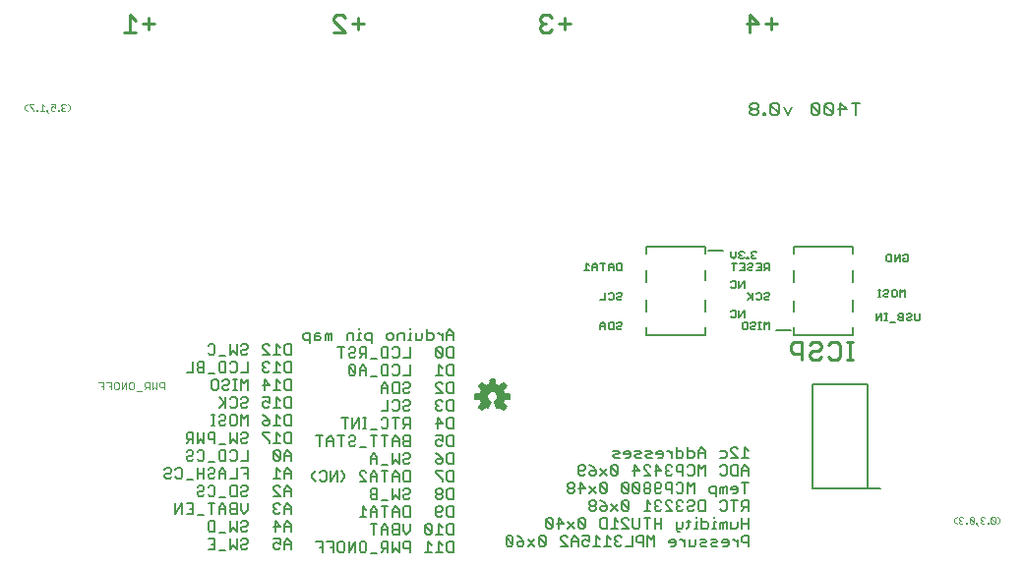
<source format=gbo>
G75*
%MOIN*%
%OFA0B0*%
%FSLAX24Y24*%
%IPPOS*%
%LPD*%
%AMOC8*
5,1,8,0,0,1.08239X$1,22.5*
%
%ADD10C,0.0110*%
%ADD11C,0.0080*%
%ADD12C,0.0050*%
%ADD13C,0.0060*%
%ADD14C,0.0040*%
%ADD15C,0.0059*%
D10*
X045155Y024644D02*
X045254Y024545D01*
X045549Y024545D01*
X045549Y024348D02*
X045549Y024939D01*
X045254Y024939D01*
X045155Y024840D01*
X045155Y024644D01*
X045800Y024545D02*
X045800Y024447D01*
X045898Y024348D01*
X046095Y024348D01*
X046194Y024447D01*
X046095Y024644D02*
X045898Y024644D01*
X045800Y024545D01*
X045800Y024840D02*
X045898Y024939D01*
X046095Y024939D01*
X046194Y024840D01*
X046194Y024742D01*
X046095Y024644D01*
X046444Y024840D02*
X046543Y024939D01*
X046740Y024939D01*
X046838Y024840D01*
X046838Y024447D01*
X046740Y024348D01*
X046543Y024348D01*
X046444Y024447D01*
X047071Y024348D02*
X047268Y024348D01*
X047169Y024348D02*
X047169Y024939D01*
X047071Y024939D02*
X047268Y024939D01*
X044508Y035547D02*
X044508Y035940D01*
X044705Y035744D02*
X044311Y035744D01*
X044060Y035744D02*
X043666Y035744D01*
X043765Y036039D02*
X043765Y035448D01*
X044060Y035744D02*
X043765Y036039D01*
X037705Y035744D02*
X037311Y035744D01*
X037508Y035940D02*
X037508Y035547D01*
X037060Y035547D02*
X036962Y035448D01*
X036765Y035448D01*
X036666Y035547D01*
X036666Y035645D01*
X036765Y035744D01*
X036863Y035744D01*
X036765Y035744D02*
X036666Y035842D01*
X036666Y035940D01*
X036765Y036039D01*
X036962Y036039D01*
X037060Y035940D01*
X030705Y035744D02*
X030311Y035744D01*
X030508Y035940D02*
X030508Y035547D01*
X030060Y035448D02*
X029666Y035842D01*
X029666Y035940D01*
X029765Y036039D01*
X029962Y036039D01*
X030060Y035940D01*
X030060Y035448D02*
X029666Y035448D01*
X023605Y035744D02*
X023211Y035744D01*
X022960Y035842D02*
X022763Y036039D01*
X022763Y035448D01*
X022960Y035448D02*
X022566Y035448D01*
X023408Y035547D02*
X023408Y035940D01*
D11*
X043786Y032984D02*
X043786Y032914D01*
X043856Y032843D01*
X043997Y032843D01*
X044067Y032914D01*
X044067Y032984D01*
X043997Y033054D01*
X043856Y033054D01*
X043786Y032984D01*
X043856Y032843D02*
X043786Y032773D01*
X043786Y032703D01*
X043856Y032633D01*
X043997Y032633D01*
X044067Y032703D01*
X044067Y032773D01*
X043997Y032843D01*
X044227Y032703D02*
X044227Y032633D01*
X044297Y032633D01*
X044297Y032703D01*
X044227Y032703D01*
X044477Y032703D02*
X044477Y032984D01*
X044757Y032703D01*
X044687Y032633D01*
X044547Y032633D01*
X044477Y032703D01*
X044757Y032703D02*
X044757Y032984D01*
X044687Y033054D01*
X044547Y033054D01*
X044477Y032984D01*
X044937Y032914D02*
X045077Y032633D01*
X045218Y032914D01*
X045858Y032984D02*
X046138Y032703D01*
X046068Y032633D01*
X045928Y032633D01*
X045858Y032703D01*
X045858Y032984D01*
X045928Y033054D01*
X046068Y033054D01*
X046138Y032984D01*
X046138Y032703D01*
X046318Y032703D02*
X046318Y032984D01*
X046599Y032703D01*
X046529Y032633D01*
X046389Y032633D01*
X046318Y032703D01*
X046318Y032984D02*
X046389Y033054D01*
X046529Y033054D01*
X046599Y032984D01*
X046599Y032703D01*
X046779Y032843D02*
X047059Y032843D01*
X046849Y033054D01*
X046849Y032633D01*
X047379Y032633D02*
X047379Y033054D01*
X047239Y033054D02*
X047520Y033054D01*
D12*
X047260Y028193D02*
X045260Y028193D01*
X045260Y027943D01*
X044435Y027619D02*
X044309Y027619D01*
X044268Y027577D01*
X044268Y027493D01*
X044309Y027452D01*
X044435Y027452D01*
X044435Y027368D02*
X044435Y027619D01*
X044351Y027452D02*
X044268Y027368D01*
X044158Y027368D02*
X043991Y027368D01*
X043882Y027410D02*
X043840Y027368D01*
X043757Y027368D01*
X043715Y027410D01*
X043715Y027452D01*
X043757Y027493D01*
X043840Y027493D01*
X043882Y027535D01*
X043882Y027577D01*
X043840Y027619D01*
X043757Y027619D01*
X043715Y027577D01*
X043606Y027619D02*
X043606Y027368D01*
X043439Y027368D01*
X043522Y027493D02*
X043606Y027493D01*
X043606Y027619D02*
X043439Y027619D01*
X043330Y027619D02*
X043163Y027619D01*
X043246Y027619D02*
X043246Y027368D01*
X043269Y027019D02*
X043311Y026977D01*
X043311Y026810D01*
X043269Y026768D01*
X043186Y026768D01*
X043144Y026810D01*
X043144Y026977D02*
X043186Y027019D01*
X043269Y027019D01*
X043420Y027019D02*
X043420Y026768D01*
X043587Y027019D01*
X043587Y026768D01*
X043715Y026619D02*
X043882Y026452D01*
X043840Y026493D02*
X043715Y026368D01*
X043882Y026368D02*
X043882Y026619D01*
X043991Y026577D02*
X044033Y026619D01*
X044117Y026619D01*
X044158Y026577D01*
X044158Y026410D01*
X044117Y026368D01*
X044033Y026368D01*
X043991Y026410D01*
X044268Y026410D02*
X044309Y026368D01*
X044393Y026368D01*
X044435Y026410D01*
X044393Y026493D02*
X044309Y026493D01*
X044268Y026452D01*
X044268Y026410D01*
X044393Y026493D02*
X044435Y026535D01*
X044435Y026577D01*
X044393Y026619D01*
X044309Y026619D01*
X044268Y026577D01*
X043587Y026019D02*
X043420Y025768D01*
X043420Y026019D01*
X043311Y025977D02*
X043311Y025810D01*
X043269Y025768D01*
X043186Y025768D01*
X043144Y025810D01*
X043144Y025977D02*
X043186Y026019D01*
X043269Y026019D01*
X043311Y025977D01*
X043587Y026019D02*
X043587Y025768D01*
X043573Y025619D02*
X043531Y025577D01*
X043531Y025410D01*
X043573Y025368D01*
X043656Y025368D01*
X043698Y025410D01*
X043698Y025577D01*
X043656Y025619D01*
X043573Y025619D01*
X043807Y025577D02*
X043849Y025619D01*
X043932Y025619D01*
X043974Y025577D01*
X043974Y025535D01*
X043932Y025493D01*
X043849Y025493D01*
X043807Y025452D01*
X043807Y025410D01*
X043849Y025368D01*
X043932Y025368D01*
X043974Y025410D01*
X044075Y025368D02*
X044158Y025368D01*
X044117Y025368D02*
X044117Y025619D01*
X044158Y025619D02*
X044075Y025619D01*
X044268Y025619D02*
X044268Y025368D01*
X044435Y025368D02*
X044435Y025619D01*
X044351Y025535D01*
X044268Y025619D01*
X044660Y025343D02*
X045160Y025343D01*
X045260Y025443D02*
X045260Y025193D01*
X047260Y025193D01*
X047260Y025443D01*
X047260Y025993D02*
X047260Y026393D01*
X047260Y026993D02*
X047260Y027393D01*
X047260Y027943D02*
X047260Y028193D01*
X048415Y027877D02*
X048457Y027919D01*
X048582Y027919D01*
X048582Y027668D01*
X048457Y027668D01*
X048415Y027710D01*
X048415Y027877D01*
X048691Y027919D02*
X048691Y027668D01*
X048858Y027919D01*
X048858Y027668D01*
X048968Y027710D02*
X048968Y027793D01*
X049051Y027793D01*
X048968Y027710D02*
X049009Y027668D01*
X049093Y027668D01*
X049135Y027710D01*
X049135Y027877D01*
X049093Y027919D01*
X049009Y027919D01*
X048968Y027877D01*
X049035Y026719D02*
X048951Y026635D01*
X048868Y026719D01*
X048868Y026468D01*
X048758Y026510D02*
X048717Y026468D01*
X048633Y026468D01*
X048591Y026510D01*
X048591Y026677D01*
X048633Y026719D01*
X048717Y026719D01*
X048758Y026677D01*
X048758Y026510D01*
X048482Y026510D02*
X048440Y026468D01*
X048357Y026468D01*
X048315Y026510D01*
X048315Y026552D01*
X048357Y026593D01*
X048440Y026593D01*
X048482Y026635D01*
X048482Y026677D01*
X048440Y026719D01*
X048357Y026719D01*
X048315Y026677D01*
X048206Y026719D02*
X048122Y026719D01*
X048164Y026719D02*
X048164Y026468D01*
X048206Y026468D02*
X048122Y026468D01*
X048079Y025919D02*
X048079Y025668D01*
X048245Y025919D01*
X048245Y025668D01*
X048346Y025668D02*
X048430Y025668D01*
X048388Y025668D02*
X048388Y025919D01*
X048430Y025919D02*
X048346Y025919D01*
X048539Y025627D02*
X048706Y025627D01*
X048815Y025710D02*
X048857Y025668D01*
X048982Y025668D01*
X048982Y025919D01*
X048857Y025919D01*
X048815Y025877D01*
X048815Y025835D01*
X048857Y025793D01*
X048982Y025793D01*
X049091Y025752D02*
X049133Y025793D01*
X049217Y025793D01*
X049258Y025835D01*
X049258Y025877D01*
X049217Y025919D01*
X049133Y025919D01*
X049091Y025877D01*
X049091Y025752D02*
X049091Y025710D01*
X049133Y025668D01*
X049217Y025668D01*
X049258Y025710D01*
X049368Y025710D02*
X049368Y025919D01*
X049535Y025919D02*
X049535Y025710D01*
X049493Y025668D01*
X049409Y025668D01*
X049368Y025710D01*
X048857Y025793D02*
X048815Y025752D01*
X048815Y025710D01*
X049035Y026468D02*
X049035Y026719D01*
X045260Y026993D02*
X045260Y027393D01*
X045260Y026343D02*
X045260Y025993D01*
X044158Y027368D02*
X044158Y027619D01*
X043991Y027619D01*
X044075Y027493D02*
X044158Y027493D01*
X043960Y027768D02*
X044001Y027810D01*
X043960Y027768D02*
X043876Y027768D01*
X043835Y027810D01*
X043835Y027852D01*
X043876Y027893D01*
X043918Y027893D01*
X043876Y027893D02*
X043835Y027935D01*
X043835Y027977D01*
X043876Y028019D01*
X043960Y028019D01*
X044001Y027977D01*
X043725Y027810D02*
X043683Y027810D01*
X043683Y027768D01*
X043725Y027768D01*
X043725Y027810D01*
X043587Y027810D02*
X043545Y027768D01*
X043462Y027768D01*
X043420Y027810D01*
X043420Y027852D01*
X043462Y027893D01*
X043504Y027893D01*
X043462Y027893D02*
X043420Y027935D01*
X043420Y027977D01*
X043462Y028019D01*
X043545Y028019D01*
X043587Y027977D01*
X043311Y028019D02*
X043311Y027852D01*
X043227Y027768D01*
X043144Y027852D01*
X043144Y028019D01*
X042860Y028043D02*
X042360Y028043D01*
X042260Y027943D02*
X042260Y028193D01*
X040260Y028193D01*
X040260Y027943D01*
X040260Y027393D02*
X040260Y026993D01*
X040260Y026393D02*
X040260Y025993D01*
X040260Y025443D02*
X040260Y025193D01*
X042260Y025193D01*
X042260Y025443D01*
X042260Y025993D02*
X042260Y026393D01*
X042260Y027043D02*
X042260Y027393D01*
X039435Y027368D02*
X039309Y027368D01*
X039268Y027410D01*
X039268Y027577D01*
X039309Y027619D01*
X039435Y027619D01*
X039435Y027368D01*
X039158Y027368D02*
X039158Y027535D01*
X039075Y027619D01*
X038991Y027535D01*
X038991Y027368D01*
X038991Y027493D02*
X039158Y027493D01*
X038882Y027619D02*
X038715Y027619D01*
X038799Y027619D02*
X038799Y027368D01*
X038606Y027368D02*
X038606Y027535D01*
X038522Y027619D01*
X038439Y027535D01*
X038439Y027368D01*
X038330Y027368D02*
X038163Y027368D01*
X038246Y027368D02*
X038246Y027619D01*
X038330Y027535D01*
X038439Y027493D02*
X038606Y027493D01*
X038882Y026619D02*
X038882Y026368D01*
X038715Y026368D01*
X038991Y026410D02*
X039033Y026368D01*
X039117Y026368D01*
X039158Y026410D01*
X039158Y026577D01*
X039117Y026619D01*
X039033Y026619D01*
X038991Y026577D01*
X039268Y026577D02*
X039309Y026619D01*
X039393Y026619D01*
X039435Y026577D01*
X039435Y026535D01*
X039393Y026493D01*
X039309Y026493D01*
X039268Y026452D01*
X039268Y026410D01*
X039309Y026368D01*
X039393Y026368D01*
X039435Y026410D01*
X039393Y025619D02*
X039435Y025577D01*
X039435Y025535D01*
X039393Y025493D01*
X039309Y025493D01*
X039268Y025452D01*
X039268Y025410D01*
X039309Y025368D01*
X039393Y025368D01*
X039435Y025410D01*
X039393Y025619D02*
X039309Y025619D01*
X039268Y025577D01*
X039158Y025619D02*
X039033Y025619D01*
X038991Y025577D01*
X038991Y025410D01*
X039033Y025368D01*
X039158Y025368D01*
X039158Y025619D01*
X038882Y025535D02*
X038799Y025619D01*
X038715Y025535D01*
X038715Y025368D01*
X038715Y025493D02*
X038882Y025493D01*
X038882Y025535D02*
X038882Y025368D01*
X045893Y023495D02*
X047782Y023495D01*
X047782Y019991D01*
X048215Y019991D01*
X047782Y019991D02*
X045893Y019991D01*
X045893Y023495D01*
D13*
X025651Y017923D02*
X025424Y017923D01*
X025538Y018093D02*
X025651Y018093D01*
X025651Y017923D02*
X025651Y018264D01*
X025424Y018264D01*
X025481Y018523D02*
X025424Y018580D01*
X025424Y018807D01*
X025481Y018864D01*
X025651Y018864D01*
X025651Y018523D01*
X025481Y018523D01*
X025793Y018467D02*
X026020Y018467D01*
X026161Y018523D02*
X026161Y018864D01*
X026388Y018864D02*
X026388Y018523D01*
X026275Y018637D01*
X026161Y018523D01*
X026161Y018264D02*
X026161Y017923D01*
X026275Y018037D01*
X026388Y017923D01*
X026388Y018264D01*
X026529Y018207D02*
X026586Y018264D01*
X026700Y018264D01*
X026756Y018207D01*
X026756Y018150D01*
X026700Y018093D01*
X026586Y018093D01*
X026529Y018037D01*
X026529Y017980D01*
X026586Y017923D01*
X026700Y017923D01*
X026756Y017980D01*
X026700Y018523D02*
X026756Y018580D01*
X026700Y018523D02*
X026586Y018523D01*
X026529Y018580D01*
X026529Y018637D01*
X026586Y018693D01*
X026700Y018693D01*
X026756Y018750D01*
X026756Y018807D01*
X026700Y018864D01*
X026586Y018864D01*
X026529Y018807D01*
X026643Y019123D02*
X026529Y019237D01*
X026529Y019464D01*
X026388Y019464D02*
X026388Y019123D01*
X026218Y019123D01*
X026161Y019180D01*
X026161Y019237D01*
X026218Y019293D01*
X026388Y019293D01*
X026218Y019293D02*
X026161Y019350D01*
X026161Y019407D01*
X026218Y019464D01*
X026388Y019464D01*
X026388Y019723D02*
X026218Y019723D01*
X026161Y019780D01*
X026161Y020007D01*
X026218Y020064D01*
X026388Y020064D01*
X026388Y019723D01*
X026529Y019780D02*
X026586Y019723D01*
X026700Y019723D01*
X026756Y019780D01*
X026700Y019893D02*
X026586Y019893D01*
X026529Y019837D01*
X026529Y019780D01*
X026700Y019893D02*
X026756Y019950D01*
X026756Y020007D01*
X026700Y020064D01*
X026586Y020064D01*
X026529Y020007D01*
X026388Y020323D02*
X026161Y020323D01*
X026020Y020323D02*
X026020Y020550D01*
X025906Y020664D01*
X025793Y020550D01*
X025793Y020323D01*
X025651Y020380D02*
X025595Y020323D01*
X025481Y020323D01*
X025424Y020380D01*
X025424Y020437D01*
X025481Y020493D01*
X025595Y020493D01*
X025651Y020550D01*
X025651Y020607D01*
X025595Y020664D01*
X025481Y020664D01*
X025424Y020607D01*
X025283Y020664D02*
X025283Y020323D01*
X025283Y020493D02*
X025056Y020493D01*
X025056Y020323D02*
X025056Y020664D01*
X025113Y020923D02*
X025056Y020980D01*
X025113Y020923D02*
X025226Y020923D01*
X025283Y020980D01*
X025283Y021207D01*
X025226Y021264D01*
X025113Y021264D01*
X025056Y021207D01*
X024915Y021207D02*
X024915Y021150D01*
X024858Y021093D01*
X024745Y021093D01*
X024688Y021037D01*
X024688Y020980D01*
X024745Y020923D01*
X024858Y020923D01*
X024915Y020980D01*
X024915Y021207D02*
X024858Y021264D01*
X024745Y021264D01*
X024688Y021207D01*
X024688Y021523D02*
X024801Y021637D01*
X024745Y021637D02*
X024915Y021637D01*
X024915Y021523D02*
X024915Y021864D01*
X024745Y021864D01*
X024688Y021807D01*
X024688Y021693D01*
X024745Y021637D01*
X025056Y021523D02*
X025056Y021864D01*
X025283Y021864D02*
X025283Y021523D01*
X025170Y021637D01*
X025056Y021523D01*
X025424Y021693D02*
X025481Y021637D01*
X025651Y021637D01*
X025651Y021523D02*
X025651Y021864D01*
X025481Y021864D01*
X025424Y021807D01*
X025424Y021693D01*
X025793Y021467D02*
X026020Y021467D01*
X026161Y021523D02*
X026161Y021864D01*
X026388Y021864D02*
X026388Y021523D01*
X026275Y021637D01*
X026161Y021523D01*
X026218Y021264D02*
X026331Y021264D01*
X026388Y021207D01*
X026388Y020980D01*
X026331Y020923D01*
X026218Y020923D01*
X026161Y020980D01*
X026020Y020923D02*
X026020Y021264D01*
X025849Y021264D01*
X025793Y021207D01*
X025793Y020980D01*
X025849Y020923D01*
X026020Y020923D01*
X026161Y021207D02*
X026218Y021264D01*
X026529Y021580D02*
X026586Y021523D01*
X026700Y021523D01*
X026756Y021580D01*
X026700Y021693D02*
X026586Y021693D01*
X026529Y021637D01*
X026529Y021580D01*
X026700Y021693D02*
X026756Y021750D01*
X026756Y021807D01*
X026700Y021864D01*
X026586Y021864D01*
X026529Y021807D01*
X026529Y022123D02*
X026529Y022464D01*
X026643Y022350D01*
X026756Y022464D01*
X026756Y022123D01*
X026388Y022180D02*
X026388Y022407D01*
X026331Y022464D01*
X026218Y022464D01*
X026161Y022407D01*
X026161Y022180D01*
X026218Y022123D01*
X026331Y022123D01*
X026388Y022180D01*
X026020Y022180D02*
X025963Y022123D01*
X025849Y022123D01*
X025793Y022180D01*
X025793Y022237D01*
X025849Y022293D01*
X025963Y022293D01*
X026020Y022350D01*
X026020Y022407D01*
X025963Y022464D01*
X025849Y022464D01*
X025793Y022407D01*
X025651Y022464D02*
X025538Y022464D01*
X025595Y022464D02*
X025595Y022123D01*
X025651Y022123D02*
X025538Y022123D01*
X025793Y022723D02*
X025963Y022893D01*
X026020Y022837D02*
X025793Y023064D01*
X026020Y023064D02*
X026020Y022723D01*
X026161Y022780D02*
X026218Y022723D01*
X026331Y022723D01*
X026388Y022780D01*
X026388Y023007D01*
X026331Y023064D01*
X026218Y023064D01*
X026161Y023007D01*
X026086Y023323D02*
X026142Y023380D01*
X026086Y023323D02*
X025972Y023323D01*
X025916Y023380D01*
X025916Y023437D01*
X025972Y023493D01*
X026086Y023493D01*
X026142Y023550D01*
X026142Y023607D01*
X026086Y023664D01*
X025972Y023664D01*
X025916Y023607D01*
X025774Y023607D02*
X025774Y023380D01*
X025717Y023323D01*
X025604Y023323D01*
X025547Y023380D01*
X025547Y023607D01*
X025604Y023664D01*
X025717Y023664D01*
X025774Y023607D01*
X025651Y023867D02*
X025424Y023867D01*
X025283Y023923D02*
X025113Y023923D01*
X025056Y023980D01*
X025056Y024037D01*
X025113Y024093D01*
X025283Y024093D01*
X025283Y023923D02*
X025283Y024264D01*
X025113Y024264D01*
X025056Y024207D01*
X025056Y024150D01*
X025113Y024093D01*
X024915Y023923D02*
X024915Y024264D01*
X024915Y023923D02*
X024688Y023923D01*
X025793Y023980D02*
X025793Y024207D01*
X025849Y024264D01*
X026020Y024264D01*
X026020Y023923D01*
X025849Y023923D01*
X025793Y023980D01*
X026161Y023980D02*
X026218Y023923D01*
X026331Y023923D01*
X026388Y023980D01*
X026388Y024207D01*
X026331Y024264D01*
X026218Y024264D01*
X026161Y024207D01*
X026020Y024467D02*
X025793Y024467D01*
X025651Y024580D02*
X025595Y024523D01*
X025481Y024523D01*
X025424Y024580D01*
X025424Y024807D02*
X025481Y024864D01*
X025595Y024864D01*
X025651Y024807D01*
X025651Y024580D01*
X026161Y024523D02*
X026161Y024864D01*
X026388Y024864D02*
X026388Y024523D01*
X026275Y024637D01*
X026161Y024523D01*
X026529Y024580D02*
X026586Y024523D01*
X026700Y024523D01*
X026756Y024580D01*
X026700Y024693D02*
X026586Y024693D01*
X026529Y024637D01*
X026529Y024580D01*
X026700Y024693D02*
X026756Y024750D01*
X026756Y024807D01*
X026700Y024864D01*
X026586Y024864D01*
X026529Y024807D01*
X026756Y024264D02*
X026756Y023923D01*
X026529Y023923D01*
X026529Y023664D02*
X026529Y023323D01*
X026388Y023323D02*
X026275Y023323D01*
X026331Y023323D02*
X026331Y023664D01*
X026275Y023664D02*
X026388Y023664D01*
X026529Y023664D02*
X026643Y023550D01*
X026756Y023664D01*
X026756Y023323D01*
X026700Y023064D02*
X026756Y023007D01*
X026756Y022950D01*
X026700Y022893D01*
X026586Y022893D01*
X026529Y022837D01*
X026529Y022780D01*
X026586Y022723D01*
X026700Y022723D01*
X026756Y022780D01*
X026700Y023064D02*
X026586Y023064D01*
X026529Y023007D01*
X027266Y023064D02*
X027493Y023064D01*
X027493Y022893D01*
X027379Y022950D01*
X027323Y022950D01*
X027266Y022893D01*
X027266Y022780D01*
X027323Y022723D01*
X027436Y022723D01*
X027493Y022780D01*
X027634Y022723D02*
X027861Y022723D01*
X027748Y022723D02*
X027748Y023064D01*
X027861Y022950D01*
X028003Y023007D02*
X028059Y023064D01*
X028230Y023064D01*
X028230Y022723D01*
X028059Y022723D01*
X028003Y022780D01*
X028003Y023007D01*
X028059Y023323D02*
X028003Y023380D01*
X028003Y023607D01*
X028059Y023664D01*
X028230Y023664D01*
X028230Y023323D01*
X028059Y023323D01*
X027861Y023323D02*
X027634Y023323D01*
X027748Y023323D02*
X027748Y023664D01*
X027861Y023550D01*
X027493Y023493D02*
X027323Y023664D01*
X027323Y023323D01*
X027266Y023493D02*
X027493Y023493D01*
X027436Y023923D02*
X027493Y023980D01*
X027436Y023923D02*
X027323Y023923D01*
X027266Y023980D01*
X027266Y024037D01*
X027323Y024093D01*
X027379Y024093D01*
X027323Y024093D02*
X027266Y024150D01*
X027266Y024207D01*
X027323Y024264D01*
X027436Y024264D01*
X027493Y024207D01*
X027748Y024264D02*
X027748Y023923D01*
X027861Y023923D02*
X027634Y023923D01*
X027861Y024150D02*
X027748Y024264D01*
X027748Y024523D02*
X027748Y024864D01*
X027861Y024750D01*
X028003Y024807D02*
X028059Y024864D01*
X028230Y024864D01*
X028230Y024523D01*
X028059Y024523D01*
X028003Y024580D01*
X028003Y024807D01*
X027861Y024523D02*
X027634Y024523D01*
X027493Y024523D02*
X027266Y024750D01*
X027266Y024807D01*
X027323Y024864D01*
X027436Y024864D01*
X027493Y024807D01*
X027493Y024523D02*
X027266Y024523D01*
X028003Y024207D02*
X028059Y024264D01*
X028230Y024264D01*
X028230Y023923D01*
X028059Y023923D01*
X028003Y023980D01*
X028003Y024207D01*
X028710Y025023D02*
X028880Y025023D01*
X028880Y024910D02*
X028880Y025250D01*
X028710Y025250D01*
X028653Y025193D01*
X028653Y025080D01*
X028710Y025023D01*
X029021Y025023D02*
X029192Y025023D01*
X029248Y025080D01*
X029192Y025137D01*
X029021Y025137D01*
X029021Y025193D02*
X029021Y025023D01*
X029021Y025193D02*
X029078Y025250D01*
X029192Y025250D01*
X029390Y025193D02*
X029390Y025023D01*
X029503Y025023D02*
X029503Y025193D01*
X029447Y025250D01*
X029390Y025193D01*
X029503Y025193D02*
X029560Y025250D01*
X029617Y025250D01*
X029617Y025023D01*
X029820Y024764D02*
X030046Y024764D01*
X029933Y024764D02*
X029933Y024423D01*
X030188Y024480D02*
X030245Y024423D01*
X030358Y024423D01*
X030415Y024480D01*
X030358Y024593D02*
X030245Y024593D01*
X030188Y024537D01*
X030188Y024480D01*
X030358Y024593D02*
X030415Y024650D01*
X030415Y024707D01*
X030358Y024764D01*
X030245Y024764D01*
X030188Y024707D01*
X030126Y025023D02*
X030126Y025193D01*
X030183Y025250D01*
X030353Y025250D01*
X030353Y025023D01*
X030485Y025023D02*
X030599Y025023D01*
X030542Y025023D02*
X030542Y025250D01*
X030599Y025250D01*
X030542Y025364D02*
X030542Y025420D01*
X030740Y025193D02*
X030740Y025080D01*
X030797Y025023D01*
X030967Y025023D01*
X030967Y024910D02*
X030967Y025250D01*
X030797Y025250D01*
X030740Y025193D01*
X030783Y024764D02*
X030613Y024764D01*
X030556Y024707D01*
X030556Y024593D01*
X030613Y024537D01*
X030783Y024537D01*
X030670Y024537D02*
X030556Y024423D01*
X030783Y024423D02*
X030783Y024764D01*
X030924Y024367D02*
X031151Y024367D01*
X031293Y024480D02*
X031349Y024423D01*
X031520Y024423D01*
X031520Y024764D01*
X031349Y024764D01*
X031293Y024707D01*
X031293Y024480D01*
X031349Y024164D02*
X031520Y024164D01*
X031520Y023823D01*
X031349Y023823D01*
X031293Y023880D01*
X031293Y024107D01*
X031349Y024164D01*
X031661Y024107D02*
X031718Y024164D01*
X031831Y024164D01*
X031888Y024107D01*
X031888Y023880D01*
X031831Y023823D01*
X031718Y023823D01*
X031661Y023880D01*
X031718Y023564D02*
X031888Y023564D01*
X031888Y023223D01*
X031718Y023223D01*
X031661Y023280D01*
X031661Y023507D01*
X031718Y023564D01*
X031520Y023450D02*
X031406Y023564D01*
X031293Y023450D01*
X031293Y023223D01*
X031293Y023393D02*
X031520Y023393D01*
X031520Y023450D02*
X031520Y023223D01*
X031520Y022964D02*
X031520Y022623D01*
X031293Y022623D01*
X031349Y022364D02*
X031463Y022364D01*
X031520Y022307D01*
X031520Y022080D01*
X031463Y022023D01*
X031349Y022023D01*
X031293Y022080D01*
X031151Y021967D02*
X030924Y021967D01*
X030783Y022023D02*
X030670Y022023D01*
X030726Y022023D02*
X030726Y022364D01*
X030670Y022364D02*
X030783Y022364D01*
X030537Y022364D02*
X030311Y022023D01*
X030311Y022364D01*
X030169Y022364D02*
X029942Y022364D01*
X030056Y022364D02*
X030056Y022023D01*
X030046Y021764D02*
X029820Y021764D01*
X029933Y021764D02*
X029933Y021423D01*
X029678Y021423D02*
X029678Y021650D01*
X029565Y021764D01*
X029451Y021650D01*
X029451Y021423D01*
X029451Y021593D02*
X029678Y021593D01*
X029310Y021764D02*
X029083Y021764D01*
X029196Y021764D02*
X029196Y021423D01*
X030188Y021480D02*
X030245Y021423D01*
X030358Y021423D01*
X030415Y021480D01*
X030358Y021593D02*
X030245Y021593D01*
X030188Y021537D01*
X030188Y021480D01*
X030358Y021593D02*
X030415Y021650D01*
X030415Y021707D01*
X030358Y021764D01*
X030245Y021764D01*
X030188Y021707D01*
X030537Y022023D02*
X030537Y022364D01*
X031293Y022307D02*
X031349Y022364D01*
X031661Y022364D02*
X031888Y022364D01*
X031775Y022364D02*
X031775Y022023D01*
X032029Y022023D02*
X032143Y022137D01*
X032086Y022137D02*
X032256Y022137D01*
X032256Y022023D02*
X032256Y022364D01*
X032086Y022364D01*
X032029Y022307D01*
X032029Y022193D01*
X032086Y022137D01*
X032086Y021764D02*
X032029Y021707D01*
X032029Y021650D01*
X032086Y021593D01*
X032256Y021593D01*
X032256Y021423D02*
X032086Y021423D01*
X032029Y021480D01*
X032029Y021537D01*
X032086Y021593D01*
X032086Y021764D02*
X032256Y021764D01*
X032256Y021423D01*
X032200Y021164D02*
X032256Y021107D01*
X032256Y021050D01*
X032200Y020993D01*
X032086Y020993D01*
X032029Y020937D01*
X032029Y020880D01*
X032086Y020823D01*
X032200Y020823D01*
X032256Y020880D01*
X032200Y021164D02*
X032086Y021164D01*
X032029Y021107D01*
X031888Y021164D02*
X031888Y020823D01*
X031775Y020937D01*
X031661Y020823D01*
X031661Y021164D01*
X031661Y021423D02*
X031661Y021650D01*
X031775Y021764D01*
X031888Y021650D01*
X031888Y021423D01*
X031888Y021593D02*
X031661Y021593D01*
X031520Y021764D02*
X031293Y021764D01*
X031406Y021764D02*
X031406Y021423D01*
X031038Y021423D02*
X031038Y021764D01*
X031151Y021764D02*
X030924Y021764D01*
X030783Y021367D02*
X030556Y021367D01*
X030924Y021050D02*
X030924Y020823D01*
X030924Y020993D02*
X031151Y020993D01*
X031151Y021050D02*
X031038Y021164D01*
X030924Y021050D01*
X031151Y021050D02*
X031151Y020823D01*
X031293Y020767D02*
X031520Y020767D01*
X031520Y020564D02*
X031293Y020564D01*
X031406Y020564D02*
X031406Y020223D01*
X031151Y020223D02*
X031151Y020450D01*
X031038Y020564D01*
X030924Y020450D01*
X030924Y020223D01*
X030783Y020223D02*
X030556Y020450D01*
X030556Y020507D01*
X030613Y020564D01*
X030726Y020564D01*
X030783Y020507D01*
X030924Y020393D02*
X031151Y020393D01*
X030783Y020223D02*
X030556Y020223D01*
X030924Y019907D02*
X030924Y019850D01*
X030981Y019793D01*
X031151Y019793D01*
X031151Y019623D02*
X031151Y019964D01*
X030981Y019964D01*
X030924Y019907D01*
X030981Y019793D02*
X030924Y019737D01*
X030924Y019680D01*
X030981Y019623D01*
X031151Y019623D01*
X031293Y019567D02*
X031520Y019567D01*
X031661Y019623D02*
X031661Y019964D01*
X031888Y019964D02*
X031888Y019623D01*
X031775Y019737D01*
X031661Y019623D01*
X031775Y019364D02*
X031661Y019250D01*
X031661Y019023D01*
X031661Y019193D02*
X031888Y019193D01*
X031888Y019250D02*
X031888Y019023D01*
X032029Y019080D02*
X032029Y019307D01*
X032086Y019364D01*
X032256Y019364D01*
X032256Y019023D01*
X032086Y019023D01*
X032029Y019080D01*
X031888Y019250D02*
X031775Y019364D01*
X031520Y019364D02*
X031293Y019364D01*
X031406Y019364D02*
X031406Y019023D01*
X031151Y019023D02*
X031151Y019250D01*
X031038Y019364D01*
X030924Y019250D01*
X030924Y019023D01*
X030783Y019023D02*
X030556Y019023D01*
X030670Y019023D02*
X030670Y019364D01*
X030783Y019250D01*
X030924Y019193D02*
X031151Y019193D01*
X031151Y018764D02*
X030924Y018764D01*
X031038Y018764D02*
X031038Y018423D01*
X031293Y018423D02*
X031293Y018650D01*
X031406Y018764D01*
X031520Y018650D01*
X031520Y018423D01*
X031661Y018480D02*
X031718Y018423D01*
X031888Y018423D01*
X031888Y018764D01*
X031718Y018764D01*
X031661Y018707D01*
X031661Y018650D01*
X031718Y018593D01*
X031888Y018593D01*
X032029Y018537D02*
X032029Y018764D01*
X032256Y018764D02*
X032256Y018537D01*
X032143Y018423D01*
X032029Y018537D01*
X031718Y018593D02*
X031661Y018537D01*
X031661Y018480D01*
X031520Y018593D02*
X031293Y018593D01*
X031349Y018164D02*
X031293Y018107D01*
X031293Y017993D01*
X031349Y017937D01*
X031520Y017937D01*
X031520Y017823D02*
X031520Y018164D01*
X031349Y018164D01*
X031406Y017937D02*
X031293Y017823D01*
X031151Y017767D02*
X030924Y017767D01*
X030783Y017880D02*
X030783Y018107D01*
X030726Y018164D01*
X030613Y018164D01*
X030556Y018107D01*
X030556Y017880D01*
X030613Y017823D01*
X030726Y017823D01*
X030783Y017880D01*
X030415Y017823D02*
X030415Y018164D01*
X030188Y017823D01*
X030188Y018164D01*
X030046Y018107D02*
X030046Y017880D01*
X029990Y017823D01*
X029876Y017823D01*
X029820Y017880D01*
X029820Y018107D01*
X029876Y018164D01*
X029990Y018164D01*
X030046Y018107D01*
X029678Y018164D02*
X029451Y018164D01*
X029310Y018164D02*
X029083Y018164D01*
X029196Y017993D02*
X029310Y017993D01*
X029310Y017823D02*
X029310Y018164D01*
X029565Y017993D02*
X029678Y017993D01*
X029678Y017823D02*
X029678Y018164D01*
X028230Y018150D02*
X028116Y018264D01*
X028003Y018150D01*
X028003Y017923D01*
X027861Y017980D02*
X027804Y017923D01*
X027691Y017923D01*
X027634Y017980D01*
X027634Y018093D01*
X027691Y018150D01*
X027748Y018150D01*
X027861Y018093D01*
X027861Y018264D01*
X027634Y018264D01*
X027691Y018523D02*
X027691Y018864D01*
X027861Y018693D01*
X027634Y018693D01*
X028003Y018693D02*
X028230Y018693D01*
X028230Y018750D02*
X028116Y018864D01*
X028003Y018750D01*
X028003Y018523D01*
X028230Y018523D02*
X028230Y018750D01*
X028230Y019123D02*
X028230Y019350D01*
X028116Y019464D01*
X028003Y019350D01*
X028003Y019123D01*
X027861Y019180D02*
X027804Y019123D01*
X027691Y019123D01*
X027634Y019180D01*
X027634Y019237D01*
X027691Y019293D01*
X027748Y019293D01*
X027691Y019293D02*
X027634Y019350D01*
X027634Y019407D01*
X027691Y019464D01*
X027804Y019464D01*
X027861Y019407D01*
X028003Y019293D02*
X028230Y019293D01*
X028230Y019723D02*
X028230Y019950D01*
X028116Y020064D01*
X028003Y019950D01*
X028003Y019723D01*
X027861Y019723D02*
X027634Y019950D01*
X027634Y020007D01*
X027691Y020064D01*
X027804Y020064D01*
X027861Y020007D01*
X028003Y019893D02*
X028230Y019893D01*
X027861Y019723D02*
X027634Y019723D01*
X027634Y020323D02*
X027861Y020323D01*
X027748Y020323D02*
X027748Y020664D01*
X027861Y020550D01*
X028003Y020550D02*
X028003Y020323D01*
X028003Y020493D02*
X028230Y020493D01*
X028230Y020550D02*
X028230Y020323D01*
X028230Y020550D02*
X028116Y020664D01*
X028003Y020550D01*
X028003Y020923D02*
X028003Y021150D01*
X028116Y021264D01*
X028230Y021150D01*
X028230Y020923D01*
X028230Y021093D02*
X028003Y021093D01*
X027861Y020980D02*
X027634Y021207D01*
X027634Y020980D01*
X027691Y020923D01*
X027804Y020923D01*
X027861Y020980D01*
X027861Y021207D01*
X027804Y021264D01*
X027691Y021264D01*
X027634Y021207D01*
X027634Y021523D02*
X027861Y021523D01*
X027748Y021523D02*
X027748Y021864D01*
X027861Y021750D01*
X028003Y021807D02*
X028059Y021864D01*
X028230Y021864D01*
X028230Y021523D01*
X028059Y021523D01*
X028003Y021580D01*
X028003Y021807D01*
X028059Y022123D02*
X028003Y022180D01*
X028003Y022407D01*
X028059Y022464D01*
X028230Y022464D01*
X028230Y022123D01*
X028059Y022123D01*
X027861Y022123D02*
X027634Y022123D01*
X027748Y022123D02*
X027748Y022464D01*
X027861Y022350D01*
X027493Y022293D02*
X027493Y022180D01*
X027436Y022123D01*
X027323Y022123D01*
X027266Y022180D01*
X027266Y022237D01*
X027323Y022293D01*
X027493Y022293D01*
X027379Y022407D01*
X027266Y022464D01*
X027266Y021864D02*
X027266Y021807D01*
X027493Y021580D01*
X027493Y021523D01*
X027493Y021864D02*
X027266Y021864D01*
X026756Y021264D02*
X026756Y020923D01*
X026529Y020923D01*
X026529Y020664D02*
X026756Y020664D01*
X026756Y020323D01*
X026756Y020493D02*
X026643Y020493D01*
X026388Y020323D02*
X026388Y020664D01*
X026020Y020493D02*
X025793Y020493D01*
X025651Y020867D02*
X025424Y020867D01*
X024915Y020267D02*
X024688Y020267D01*
X024546Y020380D02*
X024546Y020607D01*
X024490Y020664D01*
X024376Y020664D01*
X024320Y020607D01*
X024178Y020607D02*
X024178Y020550D01*
X024121Y020493D01*
X024008Y020493D01*
X023951Y020437D01*
X023951Y020380D01*
X024008Y020323D01*
X024121Y020323D01*
X024178Y020380D01*
X024320Y020380D02*
X024376Y020323D01*
X024490Y020323D01*
X024546Y020380D01*
X024178Y020607D02*
X024121Y020664D01*
X024008Y020664D01*
X023951Y020607D01*
X025056Y020007D02*
X025113Y020064D01*
X025226Y020064D01*
X025283Y020007D01*
X025283Y019950D01*
X025226Y019893D01*
X025113Y019893D01*
X025056Y019837D01*
X025056Y019780D01*
X025113Y019723D01*
X025226Y019723D01*
X025283Y019780D01*
X025424Y019780D02*
X025481Y019723D01*
X025595Y019723D01*
X025651Y019780D01*
X025651Y020007D01*
X025595Y020064D01*
X025481Y020064D01*
X025424Y020007D01*
X025793Y019667D02*
X026020Y019667D01*
X025906Y019464D02*
X025793Y019350D01*
X025793Y019123D01*
X025793Y019293D02*
X026020Y019293D01*
X026020Y019350D02*
X025906Y019464D01*
X026020Y019350D02*
X026020Y019123D01*
X025538Y019123D02*
X025538Y019464D01*
X025651Y019464D02*
X025424Y019464D01*
X025283Y019067D02*
X025056Y019067D01*
X024915Y019123D02*
X024688Y019123D01*
X024546Y019123D02*
X024546Y019464D01*
X024320Y019123D01*
X024320Y019464D01*
X024688Y019464D02*
X024915Y019464D01*
X024915Y019123D01*
X024915Y019293D02*
X024801Y019293D01*
X026643Y019123D02*
X026756Y019237D01*
X026756Y019464D01*
X028003Y018093D02*
X028230Y018093D01*
X028230Y018150D02*
X028230Y017923D01*
X026020Y017867D02*
X025793Y017867D01*
X028951Y020337D02*
X028951Y020450D01*
X029064Y020564D01*
X029206Y020507D02*
X029262Y020564D01*
X029376Y020564D01*
X029433Y020507D01*
X029433Y020280D01*
X029376Y020223D01*
X029262Y020223D01*
X029206Y020280D01*
X029064Y020223D02*
X028951Y020337D01*
X029574Y020223D02*
X029574Y020564D01*
X029801Y020564D02*
X029574Y020223D01*
X029801Y020223D02*
X029801Y020564D01*
X029933Y020564D02*
X030046Y020450D01*
X030046Y020337D01*
X029933Y020223D01*
X031661Y020223D02*
X031661Y020450D01*
X031775Y020564D01*
X031888Y020450D01*
X031888Y020223D01*
X032029Y020280D02*
X032029Y020507D01*
X032086Y020564D01*
X032256Y020564D01*
X032256Y020223D01*
X032086Y020223D01*
X032029Y020280D01*
X031888Y020393D02*
X031661Y020393D01*
X032086Y019964D02*
X032029Y019907D01*
X032086Y019964D02*
X032200Y019964D01*
X032256Y019907D01*
X032256Y019850D01*
X032200Y019793D01*
X032086Y019793D01*
X032029Y019737D01*
X032029Y019680D01*
X032086Y019623D01*
X032200Y019623D01*
X032256Y019680D01*
X033134Y019680D02*
X033191Y019623D01*
X033304Y019623D01*
X033361Y019680D01*
X033361Y019737D01*
X033304Y019793D01*
X033191Y019793D01*
X033134Y019737D01*
X033134Y019680D01*
X033191Y019793D02*
X033134Y019850D01*
X033134Y019907D01*
X033191Y019964D01*
X033304Y019964D01*
X033361Y019907D01*
X033361Y019850D01*
X033304Y019793D01*
X033503Y019680D02*
X033503Y019907D01*
X033559Y019964D01*
X033730Y019964D01*
X033730Y019623D01*
X033559Y019623D01*
X033503Y019680D01*
X033559Y019364D02*
X033730Y019364D01*
X033730Y019023D01*
X033559Y019023D01*
X033503Y019080D01*
X033503Y019307D01*
X033559Y019364D01*
X033361Y019307D02*
X033361Y019250D01*
X033304Y019193D01*
X033134Y019193D01*
X033134Y019080D02*
X033134Y019307D01*
X033191Y019364D01*
X033304Y019364D01*
X033361Y019307D01*
X033361Y019080D02*
X033304Y019023D01*
X033191Y019023D01*
X033134Y019080D01*
X033248Y018764D02*
X033248Y018423D01*
X033361Y018423D02*
X033134Y018423D01*
X032993Y018480D02*
X032766Y018707D01*
X032766Y018480D01*
X032823Y018423D01*
X032936Y018423D01*
X032993Y018480D01*
X032993Y018707D01*
X032936Y018764D01*
X032823Y018764D01*
X032766Y018707D01*
X033248Y018764D02*
X033361Y018650D01*
X033503Y018707D02*
X033559Y018764D01*
X033730Y018764D01*
X033730Y018423D01*
X033559Y018423D01*
X033503Y018480D01*
X033503Y018707D01*
X033559Y018164D02*
X033730Y018164D01*
X033730Y017823D01*
X033559Y017823D01*
X033503Y017880D01*
X033503Y018107D01*
X033559Y018164D01*
X033361Y018050D02*
X033248Y018164D01*
X033248Y017823D01*
X033361Y017823D02*
X033134Y017823D01*
X032993Y017823D02*
X032766Y017823D01*
X032879Y017823D02*
X032879Y018164D01*
X032993Y018050D01*
X032256Y017937D02*
X032086Y017937D01*
X032029Y017993D01*
X032029Y018107D01*
X032086Y018164D01*
X032256Y018164D01*
X032256Y017823D01*
X031888Y017823D02*
X031775Y017937D01*
X031661Y017823D01*
X031661Y018164D01*
X031888Y018164D02*
X031888Y017823D01*
X033361Y020223D02*
X033361Y020280D01*
X033134Y020507D01*
X033134Y020564D01*
X033361Y020564D01*
X033503Y020507D02*
X033559Y020564D01*
X033730Y020564D01*
X033730Y020223D01*
X033559Y020223D01*
X033503Y020280D01*
X033503Y020507D01*
X033559Y020823D02*
X033503Y020880D01*
X033503Y021107D01*
X033559Y021164D01*
X033730Y021164D01*
X033730Y020823D01*
X033559Y020823D01*
X033361Y020880D02*
X033304Y020823D01*
X033191Y020823D01*
X033134Y020880D01*
X033134Y020937D01*
X033191Y020993D01*
X033361Y020993D01*
X033361Y020880D01*
X033361Y020993D02*
X033248Y021107D01*
X033134Y021164D01*
X033191Y021423D02*
X033304Y021423D01*
X033361Y021480D01*
X033361Y021593D02*
X033248Y021650D01*
X033191Y021650D01*
X033134Y021593D01*
X033134Y021480D01*
X033191Y021423D01*
X033361Y021593D02*
X033361Y021764D01*
X033134Y021764D01*
X033191Y022023D02*
X033191Y022364D01*
X033361Y022193D01*
X033134Y022193D01*
X033503Y022080D02*
X033503Y022307D01*
X033559Y022364D01*
X033730Y022364D01*
X033730Y022023D01*
X033559Y022023D01*
X033503Y022080D01*
X033559Y021764D02*
X033730Y021764D01*
X033730Y021423D01*
X033559Y021423D01*
X033503Y021480D01*
X033503Y021707D01*
X033559Y021764D01*
X033559Y022623D02*
X033503Y022680D01*
X033503Y022907D01*
X033559Y022964D01*
X033730Y022964D01*
X033730Y022623D01*
X033559Y022623D01*
X033361Y022680D02*
X033304Y022623D01*
X033191Y022623D01*
X033134Y022680D01*
X033134Y022737D01*
X033191Y022793D01*
X033248Y022793D01*
X033191Y022793D02*
X033134Y022850D01*
X033134Y022907D01*
X033191Y022964D01*
X033304Y022964D01*
X033361Y022907D01*
X033361Y023223D02*
X033134Y023450D01*
X033134Y023507D01*
X033191Y023564D01*
X033304Y023564D01*
X033361Y023507D01*
X033503Y023507D02*
X033559Y023564D01*
X033730Y023564D01*
X033730Y023223D01*
X033559Y023223D01*
X033503Y023280D01*
X033503Y023507D01*
X033361Y023223D02*
X033134Y023223D01*
X033134Y023823D02*
X033361Y023823D01*
X033248Y023823D02*
X033248Y024164D01*
X033361Y024050D01*
X033503Y024107D02*
X033559Y024164D01*
X033730Y024164D01*
X033730Y023823D01*
X033559Y023823D01*
X033503Y023880D01*
X033503Y024107D01*
X033559Y024423D02*
X033503Y024480D01*
X033503Y024707D01*
X033559Y024764D01*
X033730Y024764D01*
X033730Y024423D01*
X033559Y024423D01*
X033361Y024480D02*
X033304Y024423D01*
X033191Y024423D01*
X033134Y024480D01*
X033134Y024707D01*
X033361Y024480D01*
X033361Y024707D01*
X033304Y024764D01*
X033191Y024764D01*
X033134Y024707D01*
X032998Y025023D02*
X033054Y025080D01*
X033054Y025193D01*
X032998Y025250D01*
X032827Y025250D01*
X032827Y025364D02*
X032827Y025023D01*
X032998Y025023D01*
X033191Y025250D02*
X033248Y025250D01*
X033361Y025137D01*
X033361Y025250D02*
X033361Y025023D01*
X033503Y025023D02*
X033503Y025250D01*
X033616Y025364D01*
X033730Y025250D01*
X033730Y025023D01*
X033730Y025193D02*
X033503Y025193D01*
X032686Y025250D02*
X032686Y025080D01*
X032629Y025023D01*
X032459Y025023D01*
X032459Y025250D01*
X032318Y025250D02*
X032261Y025250D01*
X032261Y025023D01*
X032318Y025023D02*
X032204Y025023D01*
X032072Y025023D02*
X032072Y025250D01*
X031902Y025250D01*
X031845Y025193D01*
X031845Y025023D01*
X031704Y025080D02*
X031647Y025023D01*
X031534Y025023D01*
X031477Y025080D01*
X031477Y025193D01*
X031534Y025250D01*
X031647Y025250D01*
X031704Y025193D01*
X031704Y025080D01*
X031718Y024764D02*
X031831Y024764D01*
X031888Y024707D01*
X031888Y024480D01*
X031831Y024423D01*
X031718Y024423D01*
X031661Y024480D01*
X031661Y024707D02*
X031718Y024764D01*
X032029Y024423D02*
X032256Y024423D01*
X032256Y024764D01*
X032256Y024164D02*
X032256Y023823D01*
X032029Y023823D01*
X032086Y023564D02*
X032029Y023507D01*
X032086Y023564D02*
X032200Y023564D01*
X032256Y023507D01*
X032256Y023450D01*
X032200Y023393D01*
X032086Y023393D01*
X032029Y023337D01*
X032029Y023280D01*
X032086Y023223D01*
X032200Y023223D01*
X032256Y023280D01*
X032200Y022964D02*
X032256Y022907D01*
X032256Y022850D01*
X032200Y022793D01*
X032086Y022793D01*
X032029Y022737D01*
X032029Y022680D01*
X032086Y022623D01*
X032200Y022623D01*
X032256Y022680D01*
X032200Y022964D02*
X032086Y022964D01*
X032029Y022907D01*
X031888Y022907D02*
X031888Y022680D01*
X031831Y022623D01*
X031718Y022623D01*
X031661Y022680D01*
X031661Y022907D02*
X031718Y022964D01*
X031831Y022964D01*
X031888Y022907D01*
X031151Y023767D02*
X030924Y023767D01*
X030783Y023823D02*
X030783Y024050D01*
X030670Y024164D01*
X030556Y024050D01*
X030556Y023823D01*
X030415Y023880D02*
X030188Y024107D01*
X030188Y023880D01*
X030245Y023823D01*
X030358Y023823D01*
X030415Y023880D01*
X030415Y024107D01*
X030358Y024164D01*
X030245Y024164D01*
X030188Y024107D01*
X030556Y023993D02*
X030783Y023993D01*
X032261Y025364D02*
X032261Y025420D01*
X037978Y020707D02*
X038035Y020764D01*
X038148Y020764D01*
X038205Y020707D01*
X038205Y020650D01*
X038148Y020593D01*
X037978Y020593D01*
X037978Y020480D02*
X037978Y020707D01*
X037978Y020480D02*
X038035Y020423D01*
X038148Y020423D01*
X038205Y020480D01*
X038346Y020480D02*
X038346Y020537D01*
X038403Y020593D01*
X038573Y020593D01*
X038573Y020480D01*
X038516Y020423D01*
X038403Y020423D01*
X038346Y020480D01*
X038573Y020593D02*
X038460Y020707D01*
X038346Y020764D01*
X038715Y020650D02*
X038941Y020423D01*
X039083Y020480D02*
X039140Y020423D01*
X039253Y020423D01*
X039310Y020480D01*
X039083Y020707D01*
X039083Y020480D01*
X038941Y020650D02*
X038715Y020423D01*
X038771Y020164D02*
X038715Y020107D01*
X038941Y019880D01*
X038885Y019823D01*
X038771Y019823D01*
X038715Y019880D01*
X038715Y020107D01*
X038771Y020164D02*
X038885Y020164D01*
X038941Y020107D01*
X038941Y019880D01*
X038573Y019823D02*
X038346Y020050D01*
X038205Y019993D02*
X038035Y020164D01*
X038035Y019823D01*
X037978Y019993D02*
X038205Y019993D01*
X038346Y019823D02*
X038573Y020050D01*
X038516Y019564D02*
X038403Y019564D01*
X038346Y019507D01*
X038346Y019450D01*
X038403Y019393D01*
X038516Y019393D01*
X038573Y019450D01*
X038573Y019507D01*
X038516Y019564D01*
X038516Y019393D02*
X038573Y019337D01*
X038573Y019280D01*
X038516Y019223D01*
X038403Y019223D01*
X038346Y019280D01*
X038346Y019337D01*
X038403Y019393D01*
X038715Y019337D02*
X038771Y019393D01*
X038941Y019393D01*
X038941Y019280D01*
X038885Y019223D01*
X038771Y019223D01*
X038715Y019280D01*
X038715Y019337D01*
X038828Y019507D02*
X038941Y019393D01*
X039083Y019450D02*
X039310Y019223D01*
X039451Y019280D02*
X039508Y019223D01*
X039621Y019223D01*
X039678Y019280D01*
X039451Y019507D01*
X039451Y019280D01*
X039310Y019450D02*
X039083Y019223D01*
X039196Y018964D02*
X039196Y018623D01*
X039083Y018623D02*
X039310Y018623D01*
X039451Y018623D02*
X039678Y018623D01*
X039451Y018850D01*
X039451Y018907D01*
X039508Y018964D01*
X039621Y018964D01*
X039678Y018907D01*
X039820Y018964D02*
X039820Y018680D01*
X039876Y018623D01*
X039990Y018623D01*
X040046Y018680D01*
X040046Y018964D01*
X040188Y018964D02*
X040415Y018964D01*
X040301Y018964D02*
X040301Y018623D01*
X040556Y018623D02*
X040556Y018964D01*
X040556Y018793D02*
X040783Y018793D01*
X040783Y018623D02*
X040783Y018964D01*
X040726Y019223D02*
X040613Y019223D01*
X040556Y019280D01*
X040556Y019337D01*
X040613Y019393D01*
X040670Y019393D01*
X040613Y019393D02*
X040556Y019450D01*
X040556Y019507D01*
X040613Y019564D01*
X040726Y019564D01*
X040783Y019507D01*
X040924Y019507D02*
X040981Y019564D01*
X041095Y019564D01*
X041151Y019507D01*
X041293Y019507D02*
X041293Y019450D01*
X041349Y019393D01*
X041293Y019337D01*
X041293Y019280D01*
X041349Y019223D01*
X041463Y019223D01*
X041520Y019280D01*
X041661Y019280D02*
X041718Y019223D01*
X041831Y019223D01*
X041888Y019280D01*
X041831Y019393D02*
X041718Y019393D01*
X041661Y019337D01*
X041661Y019280D01*
X041831Y019393D02*
X041888Y019450D01*
X041888Y019507D01*
X041831Y019564D01*
X041718Y019564D01*
X041661Y019507D01*
X041520Y019507D02*
X041463Y019564D01*
X041349Y019564D01*
X041293Y019507D01*
X041349Y019393D02*
X041406Y019393D01*
X041151Y019223D02*
X040924Y019450D01*
X040924Y019507D01*
X040783Y019280D02*
X040726Y019223D01*
X040924Y019223D02*
X041151Y019223D01*
X041293Y018850D02*
X041293Y018567D01*
X041349Y018510D01*
X041406Y018510D01*
X041463Y018623D02*
X041293Y018623D01*
X041463Y018623D02*
X041520Y018680D01*
X041520Y018850D01*
X041652Y018850D02*
X041765Y018850D01*
X041708Y018907D02*
X041708Y018680D01*
X041652Y018623D01*
X041897Y018623D02*
X042011Y018623D01*
X041954Y018623D02*
X041954Y018850D01*
X042011Y018850D01*
X041954Y018964D02*
X041954Y019020D01*
X042152Y018964D02*
X042152Y018623D01*
X042322Y018623D01*
X042379Y018680D01*
X042379Y018793D01*
X042322Y018850D01*
X042152Y018850D01*
X042086Y019223D02*
X042029Y019280D01*
X042029Y019507D01*
X042086Y019564D01*
X042256Y019564D01*
X042256Y019223D01*
X042086Y019223D01*
X042568Y019020D02*
X042568Y018964D01*
X042568Y018850D02*
X042568Y018623D01*
X042625Y018623D02*
X042511Y018623D01*
X042568Y018850D02*
X042625Y018850D01*
X042766Y018793D02*
X042766Y018623D01*
X042879Y018623D02*
X042879Y018793D01*
X042823Y018850D01*
X042766Y018793D01*
X042879Y018793D02*
X042936Y018850D01*
X042993Y018850D01*
X042993Y018623D01*
X043134Y018623D02*
X043134Y018850D01*
X043134Y018623D02*
X043304Y018623D01*
X043361Y018680D01*
X043361Y018850D01*
X043503Y018793D02*
X043730Y018793D01*
X043730Y018623D02*
X043730Y018964D01*
X043503Y018964D02*
X043503Y018623D01*
X043559Y018364D02*
X043503Y018307D01*
X043503Y018193D01*
X043559Y018137D01*
X043730Y018137D01*
X043730Y018023D02*
X043730Y018364D01*
X043559Y018364D01*
X043361Y018250D02*
X043361Y018023D01*
X043361Y018137D02*
X043248Y018250D01*
X043191Y018250D01*
X043054Y018193D02*
X042998Y018250D01*
X042884Y018250D01*
X042827Y018193D01*
X042827Y018137D01*
X043054Y018137D01*
X043054Y018193D02*
X043054Y018080D01*
X042998Y018023D01*
X042884Y018023D01*
X042686Y018023D02*
X042516Y018023D01*
X042459Y018080D01*
X042516Y018137D01*
X042629Y018137D01*
X042686Y018193D01*
X042629Y018250D01*
X042459Y018250D01*
X042318Y018193D02*
X042261Y018250D01*
X042091Y018250D01*
X042147Y018137D02*
X042261Y018137D01*
X042318Y018193D01*
X042318Y018023D02*
X042147Y018023D01*
X042091Y018080D01*
X042147Y018137D01*
X041949Y018080D02*
X041893Y018023D01*
X041722Y018023D01*
X041722Y018250D01*
X041581Y018250D02*
X041581Y018023D01*
X041581Y018137D02*
X041468Y018250D01*
X041411Y018250D01*
X041274Y018193D02*
X041217Y018250D01*
X041104Y018250D01*
X041047Y018193D01*
X041047Y018137D01*
X041274Y018137D01*
X041274Y018193D02*
X041274Y018080D01*
X041217Y018023D01*
X041104Y018023D01*
X040537Y018023D02*
X040537Y018364D01*
X040424Y018250D01*
X040311Y018364D01*
X040311Y018023D01*
X040169Y018023D02*
X040169Y018364D01*
X039999Y018364D01*
X039942Y018307D01*
X039942Y018193D01*
X039999Y018137D01*
X040169Y018137D01*
X039801Y018023D02*
X039801Y018364D01*
X039801Y018023D02*
X039574Y018023D01*
X039433Y018080D02*
X039376Y018023D01*
X039262Y018023D01*
X039206Y018080D01*
X039206Y018137D01*
X039262Y018193D01*
X039319Y018193D01*
X039262Y018193D02*
X039206Y018250D01*
X039206Y018307D01*
X039262Y018364D01*
X039376Y018364D01*
X039433Y018307D01*
X039064Y018250D02*
X038951Y018364D01*
X038951Y018023D01*
X039064Y018023D02*
X038837Y018023D01*
X038696Y018023D02*
X038469Y018023D01*
X038582Y018023D02*
X038582Y018364D01*
X038696Y018250D01*
X038328Y018193D02*
X038214Y018250D01*
X038157Y018250D01*
X038101Y018193D01*
X038101Y018080D01*
X038157Y018023D01*
X038271Y018023D01*
X038328Y018080D01*
X038328Y018193D02*
X038328Y018364D01*
X038101Y018364D01*
X037959Y018250D02*
X037846Y018364D01*
X037732Y018250D01*
X037732Y018023D01*
X037591Y018023D02*
X037364Y018250D01*
X037364Y018307D01*
X037421Y018364D01*
X037534Y018364D01*
X037591Y018307D01*
X037732Y018193D02*
X037959Y018193D01*
X037959Y018250D02*
X037959Y018023D01*
X037591Y018023D02*
X037364Y018023D01*
X036854Y018080D02*
X036627Y018307D01*
X036627Y018080D01*
X036684Y018023D01*
X036798Y018023D01*
X036854Y018080D01*
X036854Y018307D01*
X036798Y018364D01*
X036684Y018364D01*
X036627Y018307D01*
X036486Y018250D02*
X036259Y018023D01*
X036118Y018080D02*
X036061Y018023D01*
X035948Y018023D01*
X035891Y018080D01*
X035891Y018137D01*
X035948Y018193D01*
X036118Y018193D01*
X036118Y018080D01*
X036118Y018193D02*
X036004Y018307D01*
X035891Y018364D01*
X035749Y018307D02*
X035693Y018364D01*
X035579Y018364D01*
X035523Y018307D01*
X035749Y018080D01*
X035693Y018023D01*
X035579Y018023D01*
X035523Y018080D01*
X035523Y018307D01*
X035749Y018307D02*
X035749Y018080D01*
X036259Y018250D02*
X036486Y018023D01*
X036930Y018623D02*
X037043Y018623D01*
X037100Y018680D01*
X036873Y018907D01*
X036873Y018680D01*
X036930Y018623D01*
X037100Y018680D02*
X037100Y018907D01*
X037043Y018964D01*
X036930Y018964D01*
X036873Y018907D01*
X037241Y018793D02*
X037468Y018793D01*
X037298Y018964D01*
X037298Y018623D01*
X037610Y018623D02*
X037836Y018850D01*
X037978Y018907D02*
X038205Y018680D01*
X038148Y018623D01*
X038035Y018623D01*
X037978Y018680D01*
X037978Y018907D01*
X038035Y018964D01*
X038148Y018964D01*
X038205Y018907D01*
X038205Y018680D01*
X037836Y018623D02*
X037610Y018850D01*
X038715Y018907D02*
X038715Y018680D01*
X038771Y018623D01*
X038941Y018623D01*
X038941Y018964D01*
X038771Y018964D01*
X038715Y018907D01*
X039196Y018964D02*
X039310Y018850D01*
X039678Y019280D02*
X039678Y019507D01*
X039621Y019564D01*
X039508Y019564D01*
X039451Y019507D01*
X039508Y019823D02*
X039451Y019880D01*
X039451Y020107D01*
X039678Y019880D01*
X039621Y019823D01*
X039508Y019823D01*
X039678Y019880D02*
X039678Y020107D01*
X039621Y020164D01*
X039508Y020164D01*
X039451Y020107D01*
X039820Y020107D02*
X040046Y019880D01*
X039990Y019823D01*
X039876Y019823D01*
X039820Y019880D01*
X039820Y020107D01*
X039876Y020164D01*
X039990Y020164D01*
X040046Y020107D01*
X040046Y019880D01*
X040188Y019880D02*
X040245Y019823D01*
X040358Y019823D01*
X040415Y019880D01*
X040415Y019937D01*
X040358Y019993D01*
X040245Y019993D01*
X040188Y019937D01*
X040188Y019880D01*
X040245Y019993D02*
X040188Y020050D01*
X040188Y020107D01*
X040245Y020164D01*
X040358Y020164D01*
X040415Y020107D01*
X040415Y020050D01*
X040358Y019993D01*
X040556Y019993D02*
X040726Y019993D01*
X040783Y020050D01*
X040783Y020107D01*
X040726Y020164D01*
X040613Y020164D01*
X040556Y020107D01*
X040556Y019880D01*
X040613Y019823D01*
X040726Y019823D01*
X040783Y019880D01*
X040924Y019993D02*
X040981Y019937D01*
X041151Y019937D01*
X041151Y019823D02*
X041151Y020164D01*
X040981Y020164D01*
X040924Y020107D01*
X040924Y019993D01*
X041293Y019880D02*
X041349Y019823D01*
X041463Y019823D01*
X041520Y019880D01*
X041520Y020107D01*
X041463Y020164D01*
X041349Y020164D01*
X041293Y020107D01*
X041661Y020164D02*
X041661Y019823D01*
X041888Y019823D02*
X041888Y020164D01*
X041775Y020050D01*
X041661Y020164D01*
X041718Y020423D02*
X041661Y020480D01*
X041718Y020423D02*
X041831Y020423D01*
X041888Y020480D01*
X041888Y020707D01*
X041831Y020764D01*
X041718Y020764D01*
X041661Y020707D01*
X041520Y020764D02*
X041349Y020764D01*
X041293Y020707D01*
X041293Y020593D01*
X041349Y020537D01*
X041520Y020537D01*
X041520Y020423D02*
X041520Y020764D01*
X041463Y021023D02*
X041293Y021023D01*
X041293Y021364D01*
X041293Y021250D02*
X041463Y021250D01*
X041520Y021193D01*
X041520Y021080D01*
X041463Y021023D01*
X041661Y021023D02*
X041831Y021023D01*
X041888Y021080D01*
X041888Y021193D01*
X041831Y021250D01*
X041661Y021250D01*
X041661Y021364D02*
X041661Y021023D01*
X042029Y021023D02*
X042029Y021250D01*
X042143Y021364D01*
X042256Y021250D01*
X042256Y021023D01*
X042256Y021193D02*
X042029Y021193D01*
X042029Y020764D02*
X042029Y020423D01*
X042256Y020423D02*
X042256Y020764D01*
X042143Y020650D01*
X042029Y020764D01*
X042766Y020707D02*
X042823Y020764D01*
X042936Y020764D01*
X042993Y020707D01*
X042993Y020480D01*
X042936Y020423D01*
X042823Y020423D01*
X042766Y020480D01*
X043134Y020480D02*
X043134Y020707D01*
X043191Y020764D01*
X043361Y020764D01*
X043361Y020423D01*
X043191Y020423D01*
X043134Y020480D01*
X043503Y020423D02*
X043503Y020650D01*
X043616Y020764D01*
X043730Y020650D01*
X043730Y020423D01*
X043730Y020593D02*
X043503Y020593D01*
X043503Y020164D02*
X043730Y020164D01*
X043616Y020164D02*
X043616Y019823D01*
X043361Y019880D02*
X043361Y019993D01*
X043304Y020050D01*
X043191Y020050D01*
X043134Y019993D01*
X043134Y019937D01*
X043361Y019937D01*
X043361Y019880D02*
X043304Y019823D01*
X043191Y019823D01*
X042993Y019823D02*
X042993Y020050D01*
X042936Y020050D01*
X042879Y019993D01*
X042823Y020050D01*
X042766Y019993D01*
X042766Y019823D01*
X042879Y019823D02*
X042879Y019993D01*
X042625Y020050D02*
X042454Y020050D01*
X042398Y019993D01*
X042398Y019880D01*
X042454Y019823D01*
X042625Y019823D01*
X042625Y019710D02*
X042625Y020050D01*
X042823Y019564D02*
X042936Y019564D01*
X042993Y019507D01*
X042993Y019280D01*
X042936Y019223D01*
X042823Y019223D01*
X042766Y019280D01*
X042766Y019507D02*
X042823Y019564D01*
X043134Y019564D02*
X043361Y019564D01*
X043248Y019564D02*
X043248Y019223D01*
X043503Y019223D02*
X043616Y019337D01*
X043559Y019337D02*
X043730Y019337D01*
X043730Y019223D02*
X043730Y019564D01*
X043559Y019564D01*
X043503Y019507D01*
X043503Y019393D01*
X043559Y019337D01*
X041949Y018250D02*
X041949Y018080D01*
X040415Y019223D02*
X040188Y019223D01*
X040301Y019223D02*
X040301Y019564D01*
X040415Y019450D01*
X040415Y020423D02*
X040188Y020650D01*
X040188Y020707D01*
X040245Y020764D01*
X040358Y020764D01*
X040415Y020707D01*
X040556Y020593D02*
X040783Y020593D01*
X040613Y020764D01*
X040613Y020423D01*
X040415Y020423D02*
X040188Y020423D01*
X040046Y020593D02*
X039820Y020593D01*
X039876Y020423D02*
X039876Y020764D01*
X040046Y020593D01*
X040108Y021023D02*
X039938Y021023D01*
X039881Y021080D01*
X039938Y021137D01*
X040051Y021137D01*
X040108Y021193D01*
X040051Y021250D01*
X039881Y021250D01*
X039739Y021193D02*
X039683Y021250D01*
X039569Y021250D01*
X039513Y021193D01*
X039513Y021137D01*
X039739Y021137D01*
X039739Y021193D02*
X039739Y021080D01*
X039683Y021023D01*
X039569Y021023D01*
X039371Y021023D02*
X039201Y021023D01*
X039144Y021080D01*
X039201Y021137D01*
X039314Y021137D01*
X039371Y021193D01*
X039314Y021250D01*
X039144Y021250D01*
X039140Y020764D02*
X039083Y020707D01*
X039140Y020764D02*
X039253Y020764D01*
X039310Y020707D01*
X039310Y020480D01*
X038828Y019507D02*
X038715Y019564D01*
X037836Y019880D02*
X037836Y019937D01*
X037780Y019993D01*
X037666Y019993D01*
X037610Y019937D01*
X037610Y019880D01*
X037666Y019823D01*
X037780Y019823D01*
X037836Y019880D01*
X037780Y019993D02*
X037836Y020050D01*
X037836Y020107D01*
X037780Y020164D01*
X037666Y020164D01*
X037610Y020107D01*
X037610Y020050D01*
X037666Y019993D01*
X040249Y021080D02*
X040306Y021137D01*
X040419Y021137D01*
X040476Y021193D01*
X040419Y021250D01*
X040249Y021250D01*
X040249Y021080D02*
X040306Y021023D01*
X040476Y021023D01*
X040618Y021137D02*
X040844Y021137D01*
X040844Y021193D02*
X040788Y021250D01*
X040674Y021250D01*
X040618Y021193D01*
X040618Y021137D01*
X040674Y021023D02*
X040788Y021023D01*
X040844Y021080D01*
X040844Y021193D01*
X040981Y021250D02*
X041038Y021250D01*
X041151Y021137D01*
X041151Y021250D02*
X041151Y021023D01*
X041095Y020764D02*
X040981Y020764D01*
X040924Y020707D01*
X040924Y020650D01*
X040981Y020593D01*
X040924Y020537D01*
X040924Y020480D01*
X040981Y020423D01*
X041095Y020423D01*
X041151Y020480D01*
X041038Y020593D02*
X040981Y020593D01*
X041151Y020707D02*
X041095Y020764D01*
X042766Y021023D02*
X042936Y021023D01*
X042993Y021080D01*
X042993Y021193D01*
X042936Y021250D01*
X042766Y021250D01*
X043134Y021250D02*
X043134Y021307D01*
X043191Y021364D01*
X043304Y021364D01*
X043361Y021307D01*
X043134Y021250D02*
X043361Y021023D01*
X043134Y021023D01*
X043503Y021023D02*
X043730Y021023D01*
X043616Y021023D02*
X043616Y021364D01*
X043730Y021250D01*
D14*
X050717Y018928D02*
X050787Y018998D01*
X050877Y018963D02*
X050877Y018928D01*
X050912Y018893D01*
X050877Y018858D01*
X050877Y018823D01*
X050912Y018788D01*
X050982Y018788D01*
X051017Y018823D01*
X051098Y018823D02*
X051098Y018788D01*
X051133Y018788D01*
X051133Y018823D01*
X051098Y018823D01*
X051223Y018823D02*
X051258Y018788D01*
X051328Y018788D01*
X051363Y018823D01*
X051223Y018963D01*
X051223Y018823D01*
X051363Y018823D02*
X051363Y018963D01*
X051328Y018998D01*
X051258Y018998D01*
X051223Y018963D01*
X051017Y018963D02*
X050982Y018998D01*
X050912Y018998D01*
X050877Y018963D01*
X050912Y018893D02*
X050947Y018893D01*
X050787Y018788D02*
X050717Y018858D01*
X050717Y018928D01*
X051446Y018823D02*
X051481Y018823D01*
X051481Y018788D01*
X051446Y018788D01*
X051446Y018823D01*
X051446Y018788D02*
X051516Y018718D01*
X051606Y018823D02*
X051641Y018788D01*
X051711Y018788D01*
X051746Y018823D01*
X051827Y018823D02*
X051827Y018788D01*
X051862Y018788D01*
X051862Y018823D01*
X051827Y018823D01*
X051952Y018823D02*
X051987Y018788D01*
X052057Y018788D01*
X052092Y018823D01*
X051952Y018963D01*
X051952Y018823D01*
X052092Y018823D02*
X052092Y018963D01*
X052057Y018998D01*
X051987Y018998D01*
X051952Y018963D01*
X051746Y018963D02*
X051711Y018998D01*
X051641Y018998D01*
X051606Y018963D01*
X051606Y018928D01*
X051641Y018893D01*
X051606Y018858D01*
X051606Y018823D01*
X051641Y018893D02*
X051676Y018893D01*
X052175Y018788D02*
X052245Y018858D01*
X052245Y018928D01*
X052175Y018998D01*
X023940Y023333D02*
X023940Y023574D01*
X023819Y023574D01*
X023779Y023533D01*
X023779Y023453D01*
X023819Y023413D01*
X023940Y023413D01*
X023682Y023333D02*
X023602Y023413D01*
X023522Y023333D01*
X023522Y023574D01*
X023424Y023574D02*
X023424Y023333D01*
X023424Y023413D02*
X023304Y023413D01*
X023264Y023453D01*
X023264Y023533D01*
X023304Y023574D01*
X023424Y023574D01*
X023344Y023413D02*
X023264Y023333D01*
X023166Y023293D02*
X023006Y023293D01*
X022908Y023373D02*
X022868Y023333D01*
X022788Y023333D01*
X022748Y023373D01*
X022748Y023533D01*
X022788Y023574D01*
X022868Y023574D01*
X022908Y023533D01*
X022908Y023373D01*
X022650Y023333D02*
X022650Y023574D01*
X022490Y023333D01*
X022490Y023574D01*
X022393Y023533D02*
X022353Y023574D01*
X022272Y023574D01*
X022232Y023533D01*
X022232Y023373D01*
X022272Y023333D01*
X022353Y023333D01*
X022393Y023373D01*
X022393Y023533D01*
X022135Y023574D02*
X021975Y023574D01*
X021877Y023574D02*
X021717Y023574D01*
X021797Y023453D02*
X021877Y023453D01*
X021877Y023333D02*
X021877Y023574D01*
X022055Y023453D02*
X022135Y023453D01*
X022135Y023333D02*
X022135Y023574D01*
X023682Y023574D02*
X023682Y023333D01*
X020016Y032718D02*
X019946Y032788D01*
X019981Y032788D01*
X019981Y032823D01*
X019946Y032823D01*
X019946Y032788D01*
X019863Y032788D02*
X019723Y032788D01*
X019793Y032788D02*
X019793Y032998D01*
X019863Y032928D01*
X020106Y032893D02*
X020106Y032823D01*
X020141Y032788D01*
X020211Y032788D01*
X020246Y032823D01*
X020246Y032893D02*
X020176Y032928D01*
X020141Y032928D01*
X020106Y032893D01*
X020106Y032998D02*
X020246Y032998D01*
X020246Y032893D01*
X020327Y032823D02*
X020327Y032788D01*
X020362Y032788D01*
X020362Y032823D01*
X020327Y032823D01*
X020452Y032823D02*
X020487Y032788D01*
X020557Y032788D01*
X020592Y032823D01*
X020675Y032788D02*
X020745Y032858D01*
X020745Y032928D01*
X020675Y032998D01*
X020592Y032963D02*
X020557Y032998D01*
X020487Y032998D01*
X020452Y032963D01*
X020452Y032928D01*
X020487Y032893D01*
X020452Y032858D01*
X020452Y032823D01*
X020487Y032893D02*
X020522Y032893D01*
X019633Y032823D02*
X019598Y032823D01*
X019598Y032788D01*
X019633Y032788D01*
X019633Y032823D01*
X019517Y032823D02*
X019517Y032788D01*
X019517Y032823D02*
X019377Y032963D01*
X019377Y032998D01*
X019517Y032998D01*
X019287Y032998D02*
X019217Y032928D01*
X019217Y032858D01*
X019287Y032788D01*
D15*
X034473Y023165D02*
X034473Y023021D01*
X034664Y023002D01*
X034684Y022938D01*
X034715Y022878D01*
X034594Y022730D01*
X034696Y022628D01*
X034844Y022749D01*
X034904Y022718D01*
X034989Y022923D01*
X034950Y022944D01*
X034918Y022975D01*
X034894Y023012D01*
X034564Y023012D01*
X034473Y023070D02*
X034878Y023070D01*
X034879Y023053D02*
X034894Y023012D01*
X034879Y023053D02*
X034875Y023097D01*
X034881Y023141D01*
X034898Y023182D01*
X034923Y023218D01*
X034957Y023247D01*
X034996Y023267D01*
X035039Y023277D01*
X035084Y023276D01*
X035126Y023265D01*
X035165Y023244D01*
X035198Y023215D01*
X035223Y023179D01*
X035239Y023137D01*
X035244Y023093D01*
X035239Y023050D01*
X035224Y023010D01*
X035200Y022973D01*
X035168Y022944D01*
X035130Y022923D01*
X035215Y022718D01*
X035275Y022749D01*
X035423Y022628D01*
X035525Y022730D01*
X035404Y022878D01*
X035435Y022938D01*
X035455Y023002D01*
X035646Y023021D01*
X035646Y023165D01*
X035455Y023185D01*
X035219Y023185D01*
X035240Y023127D02*
X035646Y023127D01*
X035646Y023070D02*
X035241Y023070D01*
X035225Y023012D02*
X035556Y023012D01*
X035440Y022955D02*
X035179Y022955D01*
X035141Y022897D02*
X035414Y022897D01*
X035435Y022840D02*
X035165Y022840D01*
X035188Y022782D02*
X035482Y022782D01*
X035520Y022724D02*
X035305Y022724D01*
X035227Y022724D02*
X035212Y022724D01*
X035375Y022667D02*
X035462Y022667D01*
X034978Y022897D02*
X034705Y022897D01*
X034684Y022840D02*
X034954Y022840D01*
X034931Y022782D02*
X034637Y022782D01*
X034599Y022724D02*
X034814Y022724D01*
X034892Y022724D02*
X034907Y022724D01*
X034744Y022667D02*
X034657Y022667D01*
X034679Y022955D02*
X034940Y022955D01*
X034879Y023127D02*
X034473Y023127D01*
X034473Y023165D02*
X034664Y023185D01*
X034900Y023185D01*
X034952Y023242D02*
X034682Y023242D01*
X034684Y023249D02*
X034715Y023308D01*
X034594Y023457D01*
X034696Y023559D01*
X034844Y023438D01*
X034904Y023468D01*
X034968Y023489D01*
X034988Y023679D01*
X035131Y023679D01*
X035151Y023489D01*
X035215Y023468D01*
X035275Y023438D01*
X035423Y023559D01*
X035525Y023457D01*
X035404Y023308D01*
X035435Y023249D01*
X035455Y023185D01*
X035437Y023242D02*
X035168Y023242D01*
X035202Y023473D02*
X034917Y023473D01*
X034972Y023530D02*
X035147Y023530D01*
X035141Y023588D02*
X034978Y023588D01*
X034984Y023645D02*
X035135Y023645D01*
X035318Y023473D02*
X035509Y023473D01*
X035491Y023415D02*
X034628Y023415D01*
X034610Y023473D02*
X034801Y023473D01*
X034731Y023530D02*
X034667Y023530D01*
X034675Y023358D02*
X035444Y023358D01*
X035408Y023300D02*
X034711Y023300D01*
X034684Y023249D02*
X034664Y023185D01*
X035388Y023530D02*
X035452Y023530D01*
M02*

</source>
